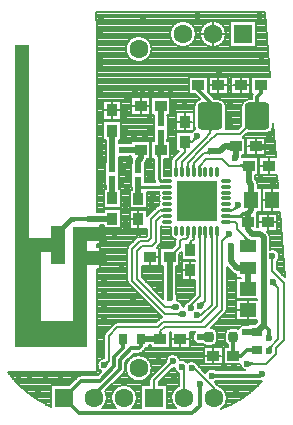
<source format=gtl>
G04*
G04 #@! TF.GenerationSoftware,Altium Limited,Altium Designer,18.1.7 (191)*
G04*
G04 Layer_Physical_Order=1*
G04 Layer_Color=255*
%FSLAX24Y24*%
%MOIN*%
G70*
G01*
G75*
%ADD12C,0.0079*%
%ADD16R,0.0236X0.0217*%
%ADD17R,0.0217X0.0236*%
G04:AMPARAMS|DCode=18|XSize=31.5mil|YSize=35.4mil|CornerRadius=7.9mil|HoleSize=0mil|Usage=FLASHONLY|Rotation=0.000|XOffset=0mil|YOffset=0mil|HoleType=Round|Shape=RoundedRectangle|*
%AMROUNDEDRECTD18*
21,1,0.0315,0.0197,0,0,0.0*
21,1,0.0157,0.0354,0,0,0.0*
1,1,0.0157,0.0079,-0.0098*
1,1,0.0157,-0.0079,-0.0098*
1,1,0.0157,-0.0079,0.0098*
1,1,0.0157,0.0079,0.0098*
%
%ADD18ROUNDEDRECTD18*%
G04:AMPARAMS|DCode=19|XSize=90.6mil|YSize=82.7mil|CornerRadius=12.4mil|HoleSize=0mil|Usage=FLASHONLY|Rotation=90.000|XOffset=0mil|YOffset=0mil|HoleType=Round|Shape=RoundedRectangle|*
%AMROUNDEDRECTD19*
21,1,0.0906,0.0579,0,0,90.0*
21,1,0.0657,0.0827,0,0,90.0*
1,1,0.0248,0.0289,0.0329*
1,1,0.0248,0.0289,-0.0329*
1,1,0.0248,-0.0289,-0.0329*
1,1,0.0248,-0.0289,0.0329*
%
%ADD19ROUNDEDRECTD19*%
%ADD20O,0.0110X0.0335*%
%ADD21O,0.0335X0.0110*%
%ADD22R,0.1358X0.1358*%
%ADD39R,0.0354X0.0276*%
%ADD40R,0.0799X0.0181*%
%ADD41R,0.0394X0.0472*%
%ADD42R,0.0394X0.0354*%
%ADD43R,0.0276X0.0354*%
%ADD44R,0.0354X0.0394*%
%ADD45R,0.0453X0.0571*%
%ADD46R,0.0551X0.0413*%
%ADD47R,0.0571X0.0453*%
%ADD48C,0.0118*%
%ADD49C,0.0197*%
%ADD50C,0.0098*%
%ADD51C,0.0181*%
%ADD52R,0.0412X0.0472*%
%ADD53R,0.0453X0.0472*%
%ADD54R,0.0476X0.1260*%
%ADD55R,0.0463X0.2802*%
%ADD56R,0.0508X0.4008*%
%ADD57R,0.0799X0.0472*%
%ADD58R,0.0799X0.0472*%
%ADD59R,0.2429X0.0859*%
%ADD60R,0.0476X1.0071*%
%ADD61R,0.0394X0.0472*%
%ADD62C,0.0630*%
%ADD63R,0.0630X0.0630*%
%ADD64C,0.0236*%
G36*
X71218Y20780D02*
X71216Y20777D01*
X71215Y20773D01*
X71214Y20768D01*
X71213Y20760D01*
X71211Y20741D01*
X71211Y20699D01*
X71132D01*
X71132Y20714D01*
X71129Y20768D01*
X71127Y20773D01*
X71126Y20777D01*
X71125Y20780D01*
X71123Y20781D01*
X71220D01*
X71218Y20780D01*
D02*
G37*
G36*
X72204Y20778D02*
X72202Y20773D01*
X72200Y20766D01*
X72199Y20759D01*
X72197Y20739D01*
X72195Y20715D01*
X72195Y20686D01*
X72116D01*
X72116Y20701D01*
X72112Y20759D01*
X72111Y20766D01*
X72109Y20773D01*
X72107Y20778D01*
X72105Y20782D01*
X72206D01*
X72204Y20778D01*
D02*
G37*
G36*
X71810D02*
X71808Y20773D01*
X71807Y20766D01*
X71805Y20759D01*
X71803Y20739D01*
X71802Y20715D01*
X71801Y20686D01*
X71722D01*
X71722Y20701D01*
X71718Y20759D01*
X71717Y20766D01*
X71715Y20773D01*
X71713Y20778D01*
X71711Y20782D01*
X71813D01*
X71810Y20778D01*
D02*
G37*
G36*
X71614D02*
X71612Y20773D01*
X71610Y20766D01*
X71608Y20759D01*
X71606Y20739D01*
X71605Y20715D01*
X71604Y20686D01*
X71526D01*
X71525Y20701D01*
X71521Y20759D01*
X71520Y20766D01*
X71518Y20773D01*
X71516Y20778D01*
X71514Y20782D01*
X71616D01*
X71614Y20778D01*
D02*
G37*
G36*
X71417D02*
X71415Y20773D01*
X71413Y20766D01*
X71412Y20759D01*
X71409Y20739D01*
X71408Y20715D01*
X71407Y20686D01*
X71329D01*
X71329Y20701D01*
X71325Y20759D01*
X71323Y20766D01*
X71321Y20773D01*
X71319Y20778D01*
X71317Y20782D01*
X71419D01*
X71417Y20778D01*
D02*
G37*
G36*
X72009Y20781D02*
X72009Y20778D01*
X72008Y20768D01*
X72008Y20701D01*
X71929Y20679D01*
X71929Y20693D01*
X71926Y20730D01*
X71924Y20740D01*
X71921Y20750D01*
X71919Y20759D01*
X71916Y20768D01*
X71912Y20775D01*
X71908Y20782D01*
X72009D01*
X72009Y20781D01*
D02*
G37*
G36*
X72558Y20699D02*
X72546Y20699D01*
X72534Y20697D01*
X72523Y20696D01*
X72513Y20693D01*
X72503Y20689D01*
X72493Y20685D01*
X72483Y20680D01*
X72475Y20674D01*
X72466Y20668D01*
X72458Y20660D01*
X72402Y20716D01*
X72410Y20724D01*
X72416Y20732D01*
X72422Y20741D01*
X72427Y20751D01*
X72432Y20760D01*
X72435Y20771D01*
X72438Y20781D01*
X72440Y20792D01*
X72441Y20804D01*
X72441Y20816D01*
X72558Y20699D01*
D02*
G37*
G36*
X73153Y20683D02*
X73184Y20656D01*
X73199Y20645D01*
X73213Y20636D01*
X73227Y20628D01*
X73240Y20622D01*
X73253Y20618D01*
X73265Y20616D01*
X73276Y20615D01*
X73053D01*
X73063Y20615D01*
X73071Y20617D01*
X73077Y20620D01*
X73080Y20624D01*
X73081Y20629D01*
X73080Y20635D01*
X73077Y20642D01*
X73071Y20651D01*
X73063Y20660D01*
X73053Y20671D01*
X73137Y20698D01*
X73153Y20683D01*
D02*
G37*
G36*
X71300Y20515D02*
X71301Y20502D01*
X71303Y20490D01*
X71306Y20479D01*
X71309Y20470D01*
X71313Y20463D01*
X71318Y20458D01*
X71324Y20454D01*
X71331Y20451D01*
X71339Y20450D01*
X71181D01*
X71189Y20451D01*
X71195Y20454D01*
X71201Y20458D01*
X71206Y20463D01*
X71211Y20470D01*
X71214Y20479D01*
X71217Y20490D01*
X71219Y20502D01*
X71220Y20515D01*
X71220Y20530D01*
X71299D01*
X71300Y20515D01*
D02*
G37*
G36*
X74124Y19180D02*
X74125Y19168D01*
X74127Y19157D01*
X74130Y19147D01*
X74133Y19136D01*
X74138Y19127D01*
X74143Y19117D01*
X74149Y19108D01*
X74155Y19100D01*
X74163Y19092D01*
X74107Y19036D01*
X74099Y19044D01*
X74090Y19050D01*
X74081Y19056D01*
X74072Y19061D01*
X74062Y19065D01*
X74052Y19069D01*
X74042Y19072D01*
X74030Y19073D01*
X74019Y19075D01*
X74007Y19075D01*
X74124Y19192D01*
X74124Y19180D01*
D02*
G37*
G36*
X71741Y18507D02*
X71734Y18498D01*
X71727Y18490D01*
X71721Y18481D01*
X71716Y18472D01*
X71712Y18462D01*
X71709Y18452D01*
X71706Y18441D01*
X71704Y18430D01*
X71703Y18419D01*
X71703Y18407D01*
X71586Y18524D01*
X71598Y18524D01*
X71609Y18525D01*
X71620Y18527D01*
X71631Y18529D01*
X71641Y18533D01*
X71651Y18537D01*
X71660Y18542D01*
X71669Y18548D01*
X71678Y18555D01*
X71686Y18562D01*
X71741Y18507D01*
D02*
G37*
G36*
X70683Y18283D02*
X70675Y18292D01*
X70666Y18299D01*
X70657Y18306D01*
X70647Y18311D01*
X70638Y18316D01*
X70628Y18320D01*
X70618Y18323D01*
X70607Y18325D01*
X70596Y18326D01*
X70585Y18327D01*
Y18406D01*
X70596Y18406D01*
X70607Y18407D01*
X70618Y18409D01*
X70628Y18412D01*
X70638Y18416D01*
X70647Y18421D01*
X70657Y18427D01*
X70666Y18433D01*
X70675Y18441D01*
X70683Y18449D01*
Y18283D01*
D02*
G37*
G36*
X70935Y18054D02*
X70924Y18061D01*
X70914Y18067D01*
X70904Y18073D01*
X70894Y18077D01*
X70883Y18081D01*
X70873Y18085D01*
X70863Y18087D01*
X70852Y18089D01*
X70841Y18090D01*
X70831Y18091D01*
X70817Y18169D01*
X70828Y18170D01*
X70839Y18171D01*
X70849Y18174D01*
X70858Y18177D01*
X70868Y18181D01*
X70877Y18186D01*
X70885Y18193D01*
X70893Y18200D01*
X70900Y18208D01*
X70907Y18217D01*
X70935Y18054D01*
D02*
G37*
G36*
X73800Y17788D02*
X73804Y17780D01*
X73810Y17771D01*
X73818Y17760D01*
X73840Y17733D01*
X73889Y17681D01*
X73910Y17660D01*
X73826Y17576D01*
X73805Y17597D01*
X73715Y17676D01*
X73706Y17682D01*
X73698Y17686D01*
X73692Y17687D01*
X73799Y17794D01*
X73800Y17788D01*
D02*
G37*
G36*
X73927Y17503D02*
X73929Y17480D01*
X73931Y17470D01*
X73933Y17461D01*
X73936Y17452D01*
X73939Y17445D01*
X73942Y17438D01*
X73946Y17432D01*
X73951Y17427D01*
X73785D01*
X73790Y17432D01*
X73794Y17438D01*
X73797Y17445D01*
X73801Y17452D01*
X73803Y17461D01*
X73805Y17470D01*
X73807Y17480D01*
X73808Y17491D01*
X73809Y17516D01*
X73927D01*
X73927Y17503D01*
D02*
G37*
G36*
X70296Y17546D02*
X70297Y17533D01*
X70298Y17523D01*
X70300Y17513D01*
X70303Y17506D01*
X70306Y17499D01*
X70310Y17494D01*
X70315Y17491D01*
X70320Y17488D01*
X70326Y17488D01*
X70299D01*
X70301Y17462D01*
X70304Y17443D01*
X70308Y17426D01*
X70313Y17411D01*
X70318Y17398D01*
X70324Y17386D01*
X70331Y17377D01*
X70181D01*
X70188Y17386D01*
X70194Y17398D01*
X70199Y17411D01*
X70204Y17426D01*
X70208Y17443D01*
X70211Y17462D01*
X70213Y17488D01*
X70186D01*
X70192Y17488D01*
X70197Y17491D01*
X70201Y17494D01*
X70205Y17499D01*
X70209Y17506D01*
X70212Y17513D01*
X70214Y17523D01*
X70215Y17533D01*
X70216Y17546D01*
X70217Y17559D01*
X70295D01*
X70296Y17546D01*
D02*
G37*
G36*
X71747Y17228D02*
X71745Y17237D01*
X71740Y17245D01*
X71732Y17251D01*
X71721Y17257D01*
X71706Y17262D01*
X71688Y17266D01*
X71667Y17270D01*
X71643Y17272D01*
X71585Y17274D01*
Y17470D01*
X71615Y17471D01*
X71667Y17475D01*
X71688Y17478D01*
X71706Y17482D01*
X71721Y17487D01*
X71732Y17493D01*
X71740Y17500D01*
X71745Y17507D01*
X71747Y17516D01*
Y17228D01*
D02*
G37*
G36*
X69688Y17244D02*
X69685Y17236D01*
X69683Y17225D01*
X69681Y17211D01*
X69678Y17175D01*
X69677Y17138D01*
X69686D01*
X69684Y17138D01*
X69682Y17135D01*
X69681Y17132D01*
X69679Y17127D01*
X69678Y17120D01*
X69677Y17113D01*
X69676Y17093D01*
X69675Y17067D01*
X69557D01*
X69557Y17080D01*
X69554Y17120D01*
X69553Y17127D01*
X69552Y17132D01*
X69550Y17135D01*
X69548Y17138D01*
X69546Y17138D01*
X69555D01*
X69549Y17225D01*
X69547Y17236D01*
X69544Y17244D01*
X69541Y17249D01*
X69691D01*
X69688Y17244D01*
D02*
G37*
G36*
X69113Y17136D02*
X69103Y17132D01*
X69094Y17126D01*
X69086Y17118D01*
X69080Y17107D01*
X69075Y17095D01*
X69071Y17079D01*
X69068Y17061D01*
X69066Y17041D01*
X69065Y17019D01*
X68947D01*
X68946Y17041D01*
X68945Y17061D01*
X68942Y17079D01*
X68938Y17095D01*
X68932Y17107D01*
X68926Y17118D01*
X68918Y17126D01*
X68909Y17132D01*
X68899Y17136D01*
X68888Y17137D01*
X69124D01*
X69113Y17136D01*
D02*
G37*
G36*
X73995Y17049D02*
X73987Y17041D01*
X73981Y17032D01*
X73976Y17024D01*
X73972Y17015D01*
X73969Y17006D01*
X73968Y16997D01*
X73968Y16987D01*
X73969Y16978D01*
X73971Y16969D01*
X73975Y16959D01*
X73821Y17018D01*
X73832Y17023D01*
X73862Y17039D01*
X73871Y17044D01*
X73888Y17057D01*
X73896Y17063D01*
X73912Y17077D01*
X73995Y17049D01*
D02*
G37*
G36*
X72747Y17024D02*
X72748Y17004D01*
X72751Y16986D01*
X72756Y16970D01*
X72761Y16957D01*
X72767Y16947D01*
X72775Y16939D01*
X72784Y16933D01*
X72794Y16929D01*
X72805Y16928D01*
X72569D01*
X72580Y16929D01*
X72590Y16933D01*
X72599Y16939D01*
X72607Y16947D01*
X72613Y16957D01*
X72618Y16970D01*
X72623Y16986D01*
X72626Y17004D01*
X72627Y17024D01*
X72628Y17046D01*
X72746D01*
X72747Y17024D01*
D02*
G37*
G36*
X73290Y16821D02*
X73289Y16832D01*
X73285Y16842D01*
X73279Y16851D01*
X73271Y16859D01*
X73260Y16865D01*
X73247Y16870D01*
X73231Y16875D01*
X73213Y16878D01*
X73193Y16879D01*
X73170Y16880D01*
Y16998D01*
X73193Y16999D01*
X73213Y17000D01*
X73231Y17003D01*
X73247Y17007D01*
X73260Y17013D01*
X73271Y17019D01*
X73279Y17027D01*
X73285Y17036D01*
X73289Y17046D01*
X73290Y17057D01*
Y16821D01*
D02*
G37*
G36*
X72882Y16828D02*
X72885Y16824D01*
X72889Y16821D01*
X72894Y16819D01*
X72902Y16816D01*
X72911Y16814D01*
X72921Y16813D01*
X72947Y16811D01*
X72963Y16811D01*
Y16693D01*
X72947Y16693D01*
X72911Y16690D01*
X72902Y16688D01*
X72894Y16685D01*
X72889Y16683D01*
X72885Y16680D01*
X72882Y16676D01*
X72881Y16672D01*
Y16832D01*
X72882Y16828D01*
D02*
G37*
G36*
X68552Y16528D02*
X68545Y16520D01*
X68538Y16512D01*
X68532Y16503D01*
X68527Y16493D01*
X68523Y16484D01*
X68520Y16473D01*
X68517Y16463D01*
X68515Y16452D01*
X68514Y16440D01*
X68514Y16428D01*
X68397Y16545D01*
X68409Y16546D01*
X68420Y16547D01*
X68431Y16548D01*
X68442Y16551D01*
X68452Y16555D01*
X68462Y16559D01*
X68471Y16564D01*
X68480Y16570D01*
X68489Y16576D01*
X68497Y16584D01*
X68552Y16528D01*
D02*
G37*
G36*
X73252Y16561D02*
X73261Y16553D01*
X73270Y16547D01*
X73280Y16541D01*
X73289Y16536D01*
X73299Y16533D01*
X73310Y16529D01*
X73320Y16527D01*
X73331Y16526D01*
X73342Y16526D01*
Y16447D01*
X73331Y16446D01*
X73320Y16445D01*
X73310Y16443D01*
X73299Y16440D01*
X73289Y16436D01*
X73280Y16431D01*
X73270Y16426D01*
X73261Y16419D01*
X73252Y16412D01*
X73244Y16404D01*
Y16569D01*
X73252Y16561D01*
D02*
G37*
G36*
X70089Y15722D02*
X70090Y15708D01*
X70092Y15696D01*
X70095Y15686D01*
X70098Y15677D01*
X70103Y15670D01*
X70108Y15664D01*
X70114Y15660D01*
X70120Y15658D01*
X70128Y15657D01*
X69970D01*
X69978Y15658D01*
X69985Y15660D01*
X69991Y15664D01*
X69996Y15670D01*
X70000Y15677D01*
X70004Y15686D01*
X70006Y15696D01*
X70008Y15708D01*
X70009Y15722D01*
X70010Y15737D01*
X70089D01*
X70089Y15722D01*
D02*
G37*
G36*
X71653Y15718D02*
X71649Y15712D01*
X71645Y15705D01*
X71642Y15697D01*
X71640Y15689D01*
X71638Y15680D01*
X71636Y15669D01*
X71635Y15659D01*
X71634Y15634D01*
X71516D01*
X71516Y15647D01*
X71514Y15669D01*
X71512Y15680D01*
X71510Y15689D01*
X71507Y15697D01*
X71504Y15705D01*
X71501Y15712D01*
X71497Y15718D01*
X71492Y15723D01*
X71657D01*
X71653Y15718D01*
D02*
G37*
G36*
X67354Y15189D02*
X67351Y15178D01*
Y15165D01*
X67354Y15151D01*
X67361Y15135D01*
X67371Y15118D01*
X67384Y15098D01*
X67401Y15078D01*
X67445Y15031D01*
X67361Y14947D01*
X67337Y14971D01*
X67293Y15007D01*
X67274Y15021D01*
X67257Y15031D01*
X67241Y15037D01*
X67227Y15041D01*
X67214D01*
X67203Y15037D01*
X67194Y15031D01*
X67361Y15198D01*
X67354Y15189D01*
D02*
G37*
G36*
X71495Y23937D02*
X71483Y23937D01*
X71471Y23936D01*
X71460Y23934D01*
X71450Y23931D01*
X71440Y23928D01*
X71430Y23923D01*
X71420Y23918D01*
X71412Y23913D01*
X71403Y23906D01*
X71395Y23898D01*
X71339Y23954D01*
X71347Y23962D01*
X71353Y23971D01*
X71359Y23980D01*
X71364Y23989D01*
X71369Y23999D01*
X71372Y24009D01*
X71375Y24019D01*
X71377Y24031D01*
X71378Y24042D01*
X71378Y24054D01*
X71495Y23937D01*
D02*
G37*
G36*
X71249Y23942D02*
X71252Y23937D01*
X71255Y23932D01*
X71260Y23928D01*
X71266Y23925D01*
X71274Y23922D01*
X71283Y23920D01*
X71294Y23919D01*
X71306Y23918D01*
X71319Y23917D01*
Y23839D01*
X71306Y23838D01*
X71294Y23837D01*
X71283Y23836D01*
X71274Y23834D01*
X71266Y23831D01*
X71260Y23828D01*
X71255Y23824D01*
X71252Y23819D01*
X71249Y23814D01*
X71249Y23808D01*
Y23948D01*
X71249Y23942D01*
D02*
G37*
G36*
X71144Y23683D02*
X71137Y23680D01*
X71132Y23676D01*
X71126Y23671D01*
X71122Y23664D01*
X71118Y23655D01*
X71116Y23644D01*
X71114Y23632D01*
X71113Y23619D01*
X71112Y23604D01*
X71033D01*
X71033Y23619D01*
X71032Y23632D01*
X71030Y23644D01*
X71027Y23655D01*
X71024Y23664D01*
X71019Y23671D01*
X71014Y23676D01*
X71008Y23680D01*
X71002Y23683D01*
X70994Y23684D01*
X71152D01*
X71144Y23683D01*
D02*
G37*
G36*
X70306Y23427D02*
X70297Y23424D01*
X70290Y23419D01*
X70283Y23412D01*
X70278Y23403D01*
X70274Y23392D01*
X70270Y23379D01*
X70268Y23364D01*
X70266Y23347D01*
X70266Y23328D01*
X70167D01*
X70167Y23347D01*
X70165Y23364D01*
X70163Y23379D01*
X70159Y23392D01*
X70155Y23403D01*
X70150Y23412D01*
X70143Y23419D01*
X70136Y23424D01*
X70127Y23427D01*
X70118Y23428D01*
X70315D01*
X70306Y23427D01*
D02*
G37*
G36*
X69706Y23425D02*
X69705Y23422D01*
X69705Y23378D01*
X69705Y23327D01*
X69508D01*
X69507Y23426D01*
X69706D01*
X69706Y23425D01*
D02*
G37*
G36*
X71604Y23065D02*
X71608Y23012D01*
X71609Y23006D01*
X71610Y23002D01*
X71612Y23000D01*
X71613Y22999D01*
X71517D01*
X71518Y23000D01*
X71520Y23002D01*
X71521Y23006D01*
X71522Y23012D01*
X71523Y23019D01*
X71525Y23039D01*
X71526Y23081D01*
X71604D01*
X71604Y23065D01*
D02*
G37*
G36*
X71408Y23078D02*
X71412Y23021D01*
X71413Y23013D01*
X71415Y23007D01*
X71417Y23001D01*
X71419Y22997D01*
X71317D01*
X71319Y23001D01*
X71321Y23007D01*
X71323Y23013D01*
X71325Y23021D01*
X71327Y23040D01*
X71328Y23064D01*
X71329Y23093D01*
X71407D01*
X71408Y23078D01*
D02*
G37*
G36*
X71211D02*
X71215Y23021D01*
X71216Y23013D01*
X71218Y23007D01*
X71220Y23001D01*
X71222Y22997D01*
X71120D01*
X71123Y23001D01*
X71125Y23007D01*
X71126Y23013D01*
X71128Y23021D01*
X71130Y23040D01*
X71131Y23064D01*
X71132Y23093D01*
X71211D01*
X71211Y23078D01*
D02*
G37*
G36*
X71014D02*
X71018Y23021D01*
X71019Y23013D01*
X71021Y23007D01*
X71023Y23001D01*
X71025Y22997D01*
X70924D01*
X70926Y23001D01*
X70928Y23007D01*
X70929Y23013D01*
X70931Y23021D01*
X70933Y23040D01*
X70935Y23064D01*
X70935Y23093D01*
X71014D01*
X71014Y23078D01*
D02*
G37*
G36*
X69627Y22492D02*
X69627Y22489D01*
X69626Y22443D01*
X69626Y22392D01*
X69429D01*
X69428Y22493D01*
X69627D01*
X69627Y22492D01*
D02*
G37*
G36*
X70359Y22331D02*
X70357Y22331D01*
X70354Y22332D01*
X70321Y22332D01*
X70258Y22333D01*
Y22431D01*
X70359Y22433D01*
Y22331D01*
D02*
G37*
G36*
Y21544D02*
X70355Y21546D01*
X70350Y21548D01*
X70343Y21550D01*
X70335Y21551D01*
X70316Y21553D01*
X70292Y21555D01*
X70263Y21555D01*
Y21634D01*
X70278Y21634D01*
X70335Y21638D01*
X70343Y21639D01*
X70350Y21641D01*
X70355Y21643D01*
X70359Y21645D01*
Y21544D01*
D02*
G37*
G36*
X67336Y21379D02*
X67339Y21377D01*
X67348Y21373D01*
X67361Y21369D01*
X67376Y21366D01*
X67395Y21363D01*
X67440Y21359D01*
X67531Y21357D01*
Y21278D01*
X67498Y21278D01*
X67376Y21269D01*
X67361Y21266D01*
X67348Y21263D01*
X67339Y21258D01*
X67336Y21256D01*
Y21251D01*
X67336Y21256D01*
X67332Y21254D01*
Y21262D01*
X67330Y21265D01*
X67325Y21269D01*
X67319Y21272D01*
X67312Y21274D01*
X67303Y21276D01*
X67293Y21277D01*
X67281Y21278D01*
X67269Y21278D01*
Y21357D01*
X67281Y21357D01*
X67303Y21360D01*
X67312Y21361D01*
X67319Y21364D01*
X67325Y21367D01*
X67330Y21370D01*
X67332Y21373D01*
Y21382D01*
X67336Y21379D01*
X67336Y21384D01*
Y21379D01*
D02*
G37*
G36*
X70359Y21347D02*
X70355Y21349D01*
X70350Y21351D01*
X70343Y21353D01*
X70336Y21354D01*
X70317Y21356D01*
X70294Y21358D01*
X70266Y21358D01*
Y21437D01*
X70280Y21437D01*
X70336Y21441D01*
X70343Y21443D01*
X70350Y21444D01*
X70355Y21446D01*
X70359Y21448D01*
Y21347D01*
D02*
G37*
G36*
X73688Y25582D02*
X73685Y25580D01*
X73681Y25576D01*
X73679Y25570D01*
X73676Y25563D01*
X73675Y25554D01*
X73673Y25543D01*
X73671Y25517D01*
X73671Y25502D01*
X73553D01*
X73553Y25517D01*
X73550Y25554D01*
X73548Y25563D01*
X73546Y25570D01*
X73543Y25576D01*
X73540Y25580D01*
X73536Y25582D01*
X73532Y25583D01*
X73692D01*
X73688Y25582D01*
D02*
G37*
G36*
X73494Y24665D02*
X73493Y24665D01*
X73490Y24662D01*
X73479Y24652D01*
X73407Y24582D01*
X73352Y24638D01*
X73435Y24724D01*
X73494Y24665D01*
D02*
G37*
G36*
X71961Y24681D02*
X71960Y24677D01*
X71960Y24662D01*
X71959Y24562D01*
X71880D01*
X71878Y24683D01*
X71961D01*
X71961Y24681D01*
D02*
G37*
G36*
X71991Y24272D02*
X71984Y24270D01*
X71978Y24266D01*
X71973Y24260D01*
X71968Y24253D01*
X71965Y24244D01*
X71962Y24234D01*
X71960Y24222D01*
X71959Y24208D01*
X71959Y24193D01*
X71880D01*
X71880Y24208D01*
X71878Y24222D01*
X71876Y24234D01*
X71874Y24244D01*
X71870Y24253D01*
X71866Y24260D01*
X71861Y24266D01*
X71855Y24270D01*
X71848Y24272D01*
X71841Y24273D01*
X71998D01*
X71991Y24272D01*
D02*
G37*
G36*
X72581Y23562D02*
X72580Y23573D01*
X72575Y23583D01*
X72567Y23593D01*
X72556Y23600D01*
X72541Y23607D01*
X72524Y23612D01*
X72503Y23617D01*
X72479Y23620D01*
X72452Y23621D01*
X72421Y23622D01*
Y23819D01*
X72452Y23819D01*
X72503Y23824D01*
X72524Y23829D01*
X72541Y23834D01*
X72556Y23841D01*
X72567Y23848D01*
X72575Y23857D01*
X72580Y23868D01*
X72581Y23879D01*
Y23562D01*
D02*
G37*
G36*
X71922Y23451D02*
X71913Y23453D01*
X71895Y23458D01*
X71886Y23460D01*
X71855Y23463D01*
X71845Y23464D01*
X71823Y23465D01*
X71771Y23543D01*
X71783Y23544D01*
X71794Y23545D01*
X71803Y23548D01*
X71812Y23551D01*
X71820Y23556D01*
X71827Y23561D01*
X71832Y23567D01*
X71837Y23575D01*
X71841Y23583D01*
X71844Y23592D01*
X71922Y23451D01*
D02*
G37*
G36*
X73004Y23124D02*
X73060Y23128D01*
X73080Y23131D01*
X73097Y23135D01*
X73111Y23139D01*
X73122Y23145D01*
X73129Y23150D01*
Y23011D01*
X73122Y23017D01*
X73111Y23022D01*
X73097Y23027D01*
X73080Y23030D01*
X73060Y23034D01*
X73010Y23039D01*
X73004Y23039D01*
Y23002D01*
X73004Y23009D01*
X73001Y23016D01*
X72997Y23022D01*
X72992Y23027D01*
X72984Y23031D01*
X72976Y23035D01*
X72965Y23038D01*
X72953Y23040D01*
X72940Y23041D01*
X72931Y23041D01*
X72912Y23041D01*
Y23120D01*
X72931Y23120D01*
X72940Y23120D01*
X72953Y23122D01*
X72965Y23124D01*
X72976Y23126D01*
X72984Y23130D01*
X72992Y23134D01*
X72997Y23139D01*
X73001Y23145D01*
X73004Y23152D01*
X73004Y23159D01*
Y23124D01*
D02*
G37*
G36*
X72853Y21644D02*
X72841Y21643D01*
X72830Y21642D01*
X72819Y21640D01*
X72808Y21638D01*
X72798Y21634D01*
X72788Y21630D01*
X72779Y21625D01*
X72770Y21619D01*
X72761Y21613D01*
X72753Y21605D01*
X72698Y21661D01*
X72705Y21669D01*
X72712Y21677D01*
X72718Y21686D01*
X72723Y21696D01*
X72727Y21705D01*
X72730Y21716D01*
X72733Y21726D01*
X72735Y21737D01*
X72736Y21749D01*
X72736Y21761D01*
X72853Y21644D01*
D02*
G37*
G36*
X72578Y21643D02*
X72583Y21641D01*
X72590Y21639D01*
X72598Y21638D01*
X72617Y21636D01*
X72641Y21634D01*
X72670Y21634D01*
Y21555D01*
X72655Y21555D01*
X72598Y21551D01*
X72590Y21550D01*
X72583Y21548D01*
X72578Y21546D01*
X72574Y21544D01*
Y21645D01*
X72578Y21643D01*
D02*
G37*
G36*
X73110Y21486D02*
X73268D01*
X73268Y21463D01*
X73273Y21396D01*
X73275Y21385D01*
X73278Y21377D01*
X73281Y21371D01*
X73285Y21367D01*
X73289Y21366D01*
X73050D01*
X73054Y21367D01*
X73057Y21371D01*
X73061Y21377D01*
X73063Y21385D01*
X73066Y21396D01*
X73068Y21409D01*
X73069Y21427D01*
X73061Y21430D01*
X73049Y21432D01*
X73036Y21434D01*
X73008Y21437D01*
X72992Y21437D01*
Y21535D01*
X73008Y21536D01*
X73036Y21538D01*
X73049Y21540D01*
X73061Y21543D01*
X73072Y21546D01*
X73083Y21550D01*
X73093Y21554D01*
X73102Y21559D01*
X73110Y21565D01*
Y21486D01*
D02*
G37*
G36*
X72576Y21448D02*
X72579Y21448D01*
X72612Y21447D01*
X72675Y21447D01*
Y21348D01*
X72574Y21347D01*
Y21448D01*
X72576Y21448D01*
D02*
G37*
G36*
X72578Y21249D02*
X72583Y21247D01*
X72590Y21246D01*
X72598Y21244D01*
X72617Y21242D01*
X72641Y21241D01*
X72670Y21240D01*
Y21161D01*
X72655Y21161D01*
X72598Y21157D01*
X72590Y21156D01*
X72583Y21154D01*
X72578Y21152D01*
X72574Y21150D01*
Y21252D01*
X72578Y21249D01*
D02*
G37*
D12*
X73783Y24154D02*
G03*
X74026Y24396I0J242D01*
G01*
X73335Y25463D02*
G03*
X73317Y25384I159J-79D01*
G01*
X73335Y25463D02*
G03*
X73317Y25384I159J-79D01*
G01*
X73205Y25295D02*
G03*
X72963Y25053I0J-242D01*
G01*
X73152Y24159D02*
G03*
X73205Y24154I53J236D01*
G01*
X73504Y22461D02*
G03*
X73441Y22614I-217J0D01*
G01*
X73469Y21486D02*
G03*
X73493Y21535I-181J118D01*
G01*
X73504Y22461D02*
G03*
X73440Y22614I-217J0D01*
G01*
X72451Y25053D02*
G03*
X72209Y25295I-242J0D01*
G01*
X72067D02*
G03*
X72045Y25322I-147J-98D01*
G01*
X72067Y25295D02*
G03*
X72045Y25322I-147J-98D01*
G01*
X72445Y27470D02*
G03*
X72445Y27470I-433J0D01*
G01*
X71445D02*
G03*
X71445Y27470I-433J0D01*
G01*
X71576Y25289D02*
G03*
X71388Y25053I54J-236D01*
G01*
X72432Y24301D02*
G03*
X72451Y24396I-223J94D01*
G01*
X71388D02*
G03*
X71418Y24278I242J0D01*
G01*
Y24278D02*
G03*
X71368Y24254I78J-223D01*
G01*
D02*
G03*
X71340Y24232I128J-199D01*
G01*
D02*
G03*
X71304Y24193I156J-177D01*
G01*
X70666Y23360D02*
G03*
X70620Y23248I111J-112D01*
G01*
X70666Y23359D02*
G03*
X70620Y23248I111J-111D01*
G01*
Y23049D02*
G03*
X70604Y22976I157J-72D01*
G01*
X73917Y20689D02*
G03*
X73854Y20842I-217J0D01*
G01*
X73917Y20689D02*
G03*
X73854Y20842I-217J0D01*
G01*
X74232Y20059D02*
G03*
X73917Y20282I-236J0D01*
G01*
X74154Y19883D02*
G03*
X74232Y20059I-157J176D01*
G01*
X73469Y21486D02*
G03*
X73493Y21535I-181J118D01*
G01*
X72676Y19508D02*
G03*
X72782Y19450I153J153D01*
G01*
X72675Y19509D02*
G03*
X72782Y19450I153J153D01*
G01*
X73511Y15906D02*
G03*
X73642Y15893I81J157D01*
G01*
X73511Y15906D02*
G03*
X73642Y15893I81J157D01*
G01*
X73169Y17768D02*
G03*
X72863Y17641I-89J-219D01*
G01*
D02*
G03*
X72766Y17667I-98J-171D01*
G01*
X72925Y16457D02*
G03*
X73092Y16260I234J30D01*
G01*
X72608Y17667D02*
G03*
X72411Y17470I0J-197D01*
G01*
Y17274D02*
G03*
X72510Y17103I197J0D01*
G01*
X72424Y18156D02*
G03*
X72470Y18268I-111J111D01*
G01*
X72424Y18156D02*
G03*
X72470Y18268I-111J112D01*
G01*
X72271Y14972D02*
G03*
X73642Y15893I-1139J3177D01*
G01*
X72482Y15344D02*
G03*
X72178Y15758I-433J0D01*
G01*
X72271Y14972D02*
G03*
X72482Y15344I-221J372D01*
G01*
X72163Y17470D02*
G03*
X71966Y17667I-197J0D01*
G01*
X71430Y17549D02*
G03*
X71661Y17142I144J-187D01*
G01*
X71176Y18553D02*
G03*
X71038Y18383I94J-217D01*
G01*
D02*
G03*
X71003Y18386I-34J-234D01*
G01*
X70604Y20803D02*
G03*
X70766Y20630I173J0D01*
G01*
Y20630D02*
G03*
X70758Y20581I149J-50D01*
G01*
X70766Y20630D02*
G03*
X70758Y20581I149J-50D01*
G01*
X70827Y18681D02*
G03*
X70787Y18812I-236J0D01*
G01*
X71003Y18386D02*
G03*
X70812Y18598I-235J-20D01*
G01*
Y18598D02*
G03*
X70827Y18681I-221J83D01*
G01*
X71966Y17077D02*
G03*
X72163Y17274I0J197D01*
G01*
X71661Y17142D02*
G03*
X71808Y17077I147J131D01*
G01*
X72135Y16260D02*
G03*
X71762Y16177I-156J-177D01*
G01*
X71519Y16420D02*
G03*
X71152Y16512I-218J-91D01*
G01*
X72073Y15866D02*
G03*
X72135Y15906I-95J216D01*
G01*
X71152Y16512D02*
G03*
X70914Y16599I-187J-144D01*
G01*
D02*
G03*
X70445Y16543I-234J-34D01*
G01*
X70676Y16329D02*
G03*
X70731Y16334I5J236D01*
G01*
D02*
G03*
X70892Y16143I234J34D01*
G01*
Y15748D02*
G03*
X70774Y15010I157J-403D01*
G01*
X69970Y26969D02*
G03*
X69970Y26969I-433J0D01*
G01*
D02*
G03*
X69970Y26969I-433J0D01*
G01*
X70209Y22215D02*
G03*
X70237Y22087I171J-30D01*
G01*
D02*
G03*
X70237Y21890I143J-98D01*
G01*
D02*
G03*
X70212Y21749I143J-98D01*
G01*
X70212Y21749D02*
G03*
X70129Y21706I28J-155D01*
G01*
X70212Y21749D02*
G03*
X70128Y21706I28J-155D01*
G01*
X70049Y22648D02*
G03*
X70081Y22549I167J0D01*
G01*
X70049Y22648D02*
G03*
X70081Y22549I167J0D01*
G01*
X69759Y23174D02*
G03*
X69822Y23307I-153J153D01*
G01*
X69759Y23173D02*
G03*
X69822Y23307I-153J153D01*
G01*
X69319D02*
G03*
X69311Y23248I208J-59D01*
G01*
X69319Y23307D02*
G03*
X69311Y23248I208J-59D01*
G01*
X70276Y21063D02*
G03*
X70380Y21028I104J138D01*
G01*
X70229Y20420D02*
G03*
X70276Y20531I-111J112D01*
G01*
X70229Y20420D02*
G03*
X70276Y20531I-111J111D01*
G01*
X70355Y18691D02*
G03*
X70357Y18645I236J-10D01*
G01*
X69849Y21427D02*
G03*
X69823Y21391I111J-112D01*
G01*
X69849Y21427D02*
G03*
X69823Y21391I111J-111D01*
G01*
X69571Y20719D02*
G03*
X69459Y20672I0J-157D01*
G01*
X69571Y20719D02*
G03*
X69459Y20672I0J-157D01*
G01*
X70314Y18020D02*
G03*
X70227Y17975I24J-156D01*
G01*
X70314Y18020D02*
G03*
X70227Y17976I24J-156D01*
G01*
X69741Y16942D02*
G03*
X69786Y17018I-125J125D01*
G01*
X69741Y16942D02*
G03*
X69786Y17018I-125J125D01*
G01*
X69938Y16037D02*
G03*
X69892Y15925I111J-112D01*
G01*
X69938Y16037D02*
G03*
X69892Y15925I111J-111D01*
G01*
X69538Y16811D02*
G03*
X69663Y16863I0J177D01*
G01*
X69538Y16811D02*
G03*
X69663Y16863I0J177D01*
G01*
X69970Y16329D02*
G03*
X69970Y16329I-433J0D01*
G01*
D02*
G03*
X69970Y16329I-433J0D01*
G01*
X69210Y20423D02*
G03*
X69163Y20311I111J-112D01*
G01*
X69210Y20423D02*
G03*
X69163Y20311I111J-111D01*
G01*
Y19236D02*
G03*
X69210Y19125I157J0D01*
G01*
X69163Y19236D02*
G03*
X69210Y19124I157J0D01*
G01*
X68829Y17854D02*
G03*
X68717Y17808I0J-157D01*
G01*
X68829Y17854D02*
G03*
X68717Y17808I0J-157D01*
G01*
X68432Y17523D02*
G03*
X68386Y17411I111J-112D01*
G01*
X68432Y17523D02*
G03*
X68386Y17411I111J-111D01*
G01*
X68382Y16663D02*
G03*
X68295Y16213I14J-236D01*
G01*
X69043Y16181D02*
G03*
X69094Y16306I-125J125D01*
G01*
X69043Y16181D02*
G03*
X69094Y16306I-125J125D01*
G01*
X69480Y15344D02*
G03*
X68772Y15010I-433J0D01*
G01*
X69322D02*
G03*
X69480Y15344I-275J335D01*
G01*
X68480D02*
G03*
X68422Y15561I-433J0D01*
G01*
X68322Y15010D02*
G03*
X68480Y15344I-275J335D01*
G01*
X67618Y16093D02*
G03*
X67493Y16041I0J-177D01*
G01*
X67618Y16093D02*
G03*
X67493Y16041I0J-177D01*
G01*
X65187Y16201D02*
G03*
X66614Y15047I2756J1949D01*
G01*
X73445Y27480D02*
X73799D01*
X73445Y27559D02*
X73793D01*
X73743Y28219D02*
X73907Y26053D01*
X73445Y27402D02*
X73805D01*
X73445Y27323D02*
X73811D01*
X73445Y27244D02*
X73817D01*
X73445Y27165D02*
X73823D01*
X73445Y27087D02*
X73829D01*
X73297Y26053D02*
X73907D01*
X73445Y27795D02*
X73775D01*
X73445Y27716D02*
X73781D01*
X73445Y27874D02*
X73769D01*
X73445Y27037D02*
Y27904D01*
Y27638D02*
X73787D01*
X73258Y25984D02*
X73297D01*
X73258Y25905D02*
X73297D01*
X73258Y25827D02*
X73297D01*
X74026Y24396D02*
Y24492D01*
X74110Y23376D01*
X73297Y25463D02*
X73335D01*
X73978Y24252D02*
X74044D01*
X73879Y24173D02*
X74050D01*
X73205Y24154D02*
X73783D01*
X73760Y23425D02*
Y24016D01*
X73258Y25463D02*
Y26053D01*
X73297Y25463D02*
Y26053D01*
X73258Y25748D02*
X73297D01*
X73258Y25669D02*
X73297D01*
X73317Y25295D02*
Y25384D01*
X73258Y25591D02*
X73297D01*
X73258Y25512D02*
X73297D01*
X72628Y26053D02*
X73258D01*
X72943Y25758D02*
X73218D01*
X72628Y25463D02*
X73258D01*
X72579Y27904D02*
X73445D01*
X72579Y27037D02*
X73445D01*
X73205Y25295D02*
X73317D01*
X71934Y25433D02*
X73324D01*
X72012Y25354D02*
X73317D01*
X72943Y25758D02*
Y26014D01*
Y25502D02*
Y25758D01*
X72667D02*
X72943D01*
X72510Y25591D02*
X72628D01*
X72442Y25118D02*
X72971D01*
X72451Y25039D02*
X72963D01*
X72304Y25276D02*
X73109D01*
X72404Y25197D02*
X73010D01*
X72451Y24646D02*
X72963D01*
X72451Y24567D02*
X72963D01*
X72451Y24961D02*
X72963D01*
X72451Y24724D02*
X72963D01*
X73091Y23425D02*
Y24016D01*
X73087Y24094D02*
X74056D01*
X73025Y24033D02*
X73152Y24159D01*
X72451Y24882D02*
X72963D01*
Y24416D02*
Y25053D01*
X72451Y24803D02*
X72963D01*
X72451Y24488D02*
X72963D01*
X72451Y24409D02*
X72956D01*
X72848Y24301D02*
X72963Y24416D01*
X72442Y24331D02*
X72878D01*
X72432Y24301D02*
X72848D01*
X73760Y23779D02*
X74080D01*
X73760Y23858D02*
X74074D01*
X73760Y23701D02*
X74086D01*
X73760Y24016D02*
X74062D01*
X73760Y23937D02*
X74068D01*
X73760Y23622D02*
X74092D01*
X73760Y23543D02*
X74098D01*
X73760Y23465D02*
X74104D01*
X73553Y23376D02*
X74110D01*
X73514Y23307D02*
X73553D01*
X73868Y23081D02*
Y23337D01*
X73514Y23228D02*
X73553D01*
X73514Y23150D02*
X73553D01*
X73593Y23081D02*
X73868D01*
X73514Y23071D02*
X73553D01*
X73514Y22992D02*
X73553D01*
X73514Y22913D02*
X73553D01*
X73652Y22343D02*
X74189D01*
X74155Y22785D02*
X74189Y22343D01*
X73553Y22785D02*
X74155D01*
X73504Y22362D02*
X74187D01*
X73996Y21939D02*
Y22303D01*
Y21575D02*
Y21939D01*
X73691D02*
X73996D01*
X73652Y21535D02*
X74250D01*
X73868Y22825D02*
Y23081D01*
X73553Y22785D02*
Y23376D01*
X73514Y22835D02*
X73553D01*
X73514Y22785D02*
Y23376D01*
X73632Y21535D02*
Y22343D01*
X73652Y21535D02*
Y22343D01*
X73504D02*
X73632D01*
X73504D02*
Y22461D01*
X73130Y24016D02*
X73760D01*
X73445Y23720D02*
Y23976D01*
X73130Y23425D02*
Y24016D01*
X73091Y23858D02*
X73130D01*
X73091Y23779D02*
X73130D01*
X73445Y23720D02*
X73720D01*
X73445Y23465D02*
Y23720D01*
X73169D02*
X73445D01*
X73130Y23425D02*
X73760D01*
X73091Y23937D02*
X73130D01*
X73091Y23701D02*
X73130D01*
X73005Y24016D02*
X73091D01*
Y24016D02*
X73130D01*
X73091Y23622D02*
X73130D01*
X73091Y23543D02*
X73130D01*
X73091Y23465D02*
X73130D01*
X72992Y23425D02*
X73091D01*
X73415Y22677D02*
X74163D01*
X73454Y22598D02*
X74169D01*
X72992Y23386D02*
X74110D01*
X73415Y22756D02*
X74157D01*
X73496Y22520D02*
X74175D01*
X73504Y22441D02*
X74181D01*
X73493Y21535D02*
X73632D01*
X73475Y21496D02*
X74253D01*
X73415Y22785D02*
X73514D01*
X73415Y22639D02*
Y22785D01*
X72992Y23376D02*
Y23425D01*
Y23376D02*
X73514D01*
X73415Y22639D02*
X73440Y22614D01*
X72411Y27638D02*
X72579D01*
X72368Y27716D02*
X72579D01*
X72436Y27559D02*
X72579D01*
X72169Y27874D02*
X72579D01*
X72298Y27795D02*
X72579D01*
X72510Y25984D02*
X72628D01*
X72510Y25905D02*
X72628D01*
X72445Y27480D02*
X72579D01*
X72439Y27402D02*
X72579D01*
X72012Y27470D02*
Y27864D01*
X72579Y27037D02*
Y27904D01*
X72012Y27470D02*
X72406D01*
X72012Y27077D02*
Y27470D01*
X72419Y27323D02*
X72579D01*
X72381Y27244D02*
X72579D01*
X72319Y27165D02*
X72579D01*
X72212Y27087D02*
X72579D01*
X72628Y25463D02*
Y26053D01*
X72510Y25827D02*
X72628D01*
X72510Y25462D02*
Y26052D01*
X72195Y25757D02*
X72470D01*
X72510Y25748D02*
X72628D01*
X72510Y25669D02*
X72628D01*
X72510Y25512D02*
X72628D01*
X71905Y25462D02*
X72510D01*
X72195Y25757D02*
Y26013D01*
Y25501D02*
Y25757D01*
X71919D02*
X72195D01*
X71880Y25487D02*
Y26052D01*
X72067Y25295D02*
X72209D01*
X71905Y25462D02*
X72045Y25322D01*
X71618Y27470D02*
X72012D01*
X71319Y27165D02*
X71705D01*
X71169Y27874D02*
X71854D01*
X71298Y27795D02*
X71725D01*
X71880Y26052D02*
X72510D01*
X71841Y25984D02*
X71880D01*
X71212Y27087D02*
X71811D01*
X71211Y26052D02*
X71841D01*
X71411Y27638D02*
X71612D01*
X71436Y27559D02*
X71588D01*
X71368Y27716D02*
X71655D01*
X71445Y27480D02*
X71579D01*
X71439Y27402D02*
X71584D01*
X71419Y27323D02*
X71605D01*
X71381Y27244D02*
X71643D01*
X71841Y25827D02*
X71880D01*
X71841Y25748D02*
X71880D01*
X71841Y25905D02*
X71880D01*
X71841Y25526D02*
Y26052D01*
Y25526D02*
X71880Y25487D01*
X71905Y25462D01*
X71841Y25669D02*
X71880D01*
X71841Y25591D02*
X71880D01*
X71211Y25462D02*
Y26052D01*
X71404Y25462D02*
X71576Y25289D01*
X71211Y25462D02*
X71404D01*
X70591Y24774D02*
Y25364D01*
Y25354D02*
X71511D01*
X70591Y25276D02*
X71534D01*
X70591Y25197D02*
X71435D01*
X70591Y25118D02*
X71397D01*
X71388Y24396D02*
Y25053D01*
X72451Y24396D02*
Y25053D01*
X70591Y25039D02*
X71388D01*
X70591Y24961D02*
X71388D01*
X70591Y24882D02*
X71388D01*
X71073Y24547D02*
Y24823D01*
X71368Y24254D02*
Y24862D01*
X70778D02*
X71368D01*
X70591Y24803D02*
X70778D01*
X71073Y24547D02*
X71329D01*
X70817D02*
X71073D01*
Y24272D02*
Y24547D01*
X70778Y24232D02*
Y24862D01*
Y24232D02*
X71340D01*
X70778Y24193D02*
X71304D01*
X70778Y23563D02*
X70870D01*
X70666Y23360D02*
X70870Y23563D01*
X70587Y23701D02*
X70778D01*
X70587Y23622D02*
X70778D01*
Y23563D02*
Y24193D01*
X70587Y23779D02*
X70778D01*
X70587Y23465D02*
X70771D01*
X70620Y23049D02*
Y23248D01*
X70604Y22752D02*
Y22976D01*
X70512Y24488D02*
X70778D01*
X70512Y24567D02*
X70778D01*
X70512Y24409D02*
X70778D01*
X70512Y24724D02*
X70778D01*
X70512Y24646D02*
X70778D01*
X70512Y24331D02*
X70778D01*
X70512Y24252D02*
X70778D01*
X70512Y24016D02*
X70778D01*
X70492Y23937D02*
X70778D01*
X70512Y24291D02*
Y24409D01*
Y24291D02*
Y24409D01*
X70492Y24774D02*
X70591D01*
X70512Y24409D02*
Y24744D01*
Y24173D02*
X70778D01*
X70512Y23957D02*
Y24291D01*
Y24094D02*
X70778D01*
X70492Y23898D02*
Y23957D01*
X70587Y23858D02*
X70778D01*
X70587Y23543D02*
X70850D01*
X70587Y23386D02*
X70693D01*
X70384Y23307D02*
X70632D01*
X70384Y23071D02*
X70620D01*
X70384Y22992D02*
X70605D01*
X70384Y23228D02*
X70620D01*
X70384Y23150D02*
X70620D01*
X70492Y23898D02*
X70587D01*
Y23307D02*
Y23898D01*
X70384Y23307D02*
X70587D01*
X70384Y22752D02*
Y23307D01*
Y22756D02*
X70604D01*
X70384Y22752D02*
X70604D01*
X70384Y22913D02*
X70604D01*
X70384Y22835D02*
X70604D01*
X74154Y20945D02*
X74295D01*
X74154Y21024D02*
X74289D01*
X73917Y20630D02*
X74319D01*
X73894Y20787D02*
X74307D01*
X73916Y20709D02*
X74313D01*
X73917Y20394D02*
X74337D01*
X73917Y20315D02*
X74343D01*
X73917Y20551D02*
X74325D01*
X73917Y20472D02*
X74331D01*
X74154Y21339D02*
X74265D01*
X74154Y21260D02*
X74271D01*
X74154Y21417D02*
X74259D01*
X74154Y20896D02*
Y21486D01*
Y21181D02*
X74277D01*
X74154Y21102D02*
X74283D01*
X74154Y19842D02*
X74379D01*
X74188Y19921D02*
X74373D01*
X74250Y21535D02*
X74415Y19360D01*
X74154Y19764D02*
X74385D01*
X74154Y19685D02*
X74391D01*
X74248Y19528D02*
X74403D01*
X74327Y19449D02*
X74409D01*
X74170Y19606D02*
X74397D01*
X74154Y19622D02*
X74415Y19360D01*
X74152Y20236D02*
X74349D01*
X74211Y20157D02*
X74355D01*
X73917Y20282D02*
Y20689D01*
X74231Y20079D02*
X74361D01*
X74225Y20000D02*
X74367D01*
X74154Y19622D02*
Y19883D01*
X73839Y21191D02*
X74114D01*
X73839D02*
Y21447D01*
Y20935D02*
Y21191D01*
X73524Y21486D02*
X74154D01*
X73484Y21417D02*
X73524D01*
X73830Y20866D02*
X74301D01*
X73800Y20896D02*
X73854Y20842D01*
X73563Y21191D02*
X73839D01*
X73800Y20896D02*
X74154D01*
X73484Y21339D02*
X73524D01*
Y21033D02*
Y21486D01*
X73484Y21033D02*
Y21486D01*
Y21102D02*
X73524D01*
X73484Y21033D02*
X73524D01*
X73484Y21260D02*
X73524D01*
X73484Y21181D02*
X73524D01*
X72782Y19337D02*
Y19450D01*
X72470Y19449D02*
X72782D01*
Y19337D02*
X72959D01*
X72776Y19327D02*
X72959D01*
X72470Y19370D02*
X72782D01*
X72470Y19055D02*
X72776D01*
X72470Y19606D02*
X72578D01*
X72470Y19528D02*
X72656D01*
X72470Y19713D02*
X72675Y19509D01*
X72470Y18268D02*
Y19713D01*
Y19291D02*
X72776D01*
Y18638D02*
Y19327D01*
X72470Y19213D02*
X72776D01*
X72470Y19134D02*
X72776D01*
Y18638D02*
X73484D01*
X72470Y18661D02*
X72776D01*
Y18618D02*
X73484D01*
X72470Y18976D02*
X72776D01*
X72470Y18898D02*
X72776D01*
X73179Y18274D02*
Y18579D01*
Y17969D02*
Y18274D01*
X72815D02*
X73179D01*
X72776Y17929D02*
X73484D01*
X72470Y18583D02*
X72776D01*
X72470Y18504D02*
X72776D01*
X72470Y18819D02*
X72776D01*
X72470Y18740D02*
X72776D01*
X72470Y18425D02*
X72776D01*
X72470Y18346D02*
X72776D01*
X72470Y18268D02*
X72776D01*
X72449Y18189D02*
X72776D01*
X73484Y17875D02*
Y17929D01*
X73414Y17805D02*
X73484Y17875D01*
X73169Y17805D02*
X73414D01*
X73169Y17768D02*
Y17805D01*
X72473Y15433D02*
X73135D01*
X72776Y17929D02*
Y18618D01*
X72608Y17667D02*
X72766D01*
X72510Y17059D02*
Y17103D01*
X72482Y15354D02*
X73024D01*
X72477Y15276D02*
X72902D01*
X72456Y15197D02*
X72767D01*
X72299Y18031D02*
X72776D01*
X72378Y18110D02*
X72776D01*
X72221Y17953D02*
X72776D01*
X72142Y17874D02*
X73483D01*
X72063Y17795D02*
X73169D01*
X71984Y17716D02*
X72914D01*
X72372Y16457D02*
X72925D01*
X71935Y17667D02*
X72424Y18156D01*
X72070Y17638D02*
X72505D01*
X72142Y17559D02*
X72432D01*
X72372Y17047D02*
X72508D01*
X72130Y17165D02*
X72444D01*
X72027Y17087D02*
X72510D01*
X72135Y15906D02*
X73511D01*
X72135Y15905D02*
X73511D01*
X72113Y15827D02*
X73581D01*
X72406Y15591D02*
X73333D01*
X72449Y15512D02*
X73238D01*
X72206Y15748D02*
X73503D01*
X72336Y15669D02*
X73421D01*
X72073Y16299D02*
X73015D01*
X72135Y16260D02*
X73092D01*
X71500Y16457D02*
X72925D01*
X71561Y16378D02*
X72950D01*
X72418Y15118D02*
X72616D01*
X72357Y15039D02*
X72443D01*
X71407Y19902D02*
Y19941D01*
X70965D02*
X71407D01*
X70965Y19902D02*
X71407D01*
X70886Y20000D02*
X70965D01*
X70886Y19921D02*
X71407D01*
X71260Y19587D02*
Y19862D01*
Y19311D02*
Y19587D01*
X71004D02*
X71260D01*
X70965Y19272D02*
X71407D01*
X70921Y20157D02*
X70965D01*
Y19941D02*
Y20201D01*
X70886Y20122D02*
X70965Y20201D01*
X70886Y19734D02*
Y20122D01*
Y20079D02*
X70965D01*
Y19272D02*
Y19902D01*
X70886Y19842D02*
X70965D01*
X70886Y19764D02*
X70965D01*
X71935Y17667D02*
X71966D01*
X71407Y18785D02*
Y19272D01*
X71240Y17549D02*
X71430D01*
X72163Y17402D02*
X72411D01*
Y17274D02*
Y17470D01*
X72162Y17480D02*
X72412D01*
X72163Y17274D02*
Y17470D01*
X71176Y18553D02*
X71407Y18785D01*
X70960Y18504D02*
X71103D01*
X70996Y18425D02*
X71051D01*
X71240Y17480D02*
X71370D01*
X71240Y17402D02*
X71342D01*
X71240Y17018D02*
Y17549D01*
X70787Y19449D02*
X70965D01*
X70787Y19528D02*
X70965D01*
X70787Y19370D02*
X70965D01*
X70787Y19685D02*
X70965D01*
X70787Y19606D02*
X70965D01*
X70787Y19134D02*
X71407D01*
X70787Y19055D02*
X71407D01*
X70787Y19291D02*
X70965D01*
X70787Y19213D02*
X71407D01*
X70380Y21028D02*
X70604D01*
Y20803D02*
Y21028D01*
X70787Y19734D02*
X70886D01*
X70758Y20439D02*
Y20581D01*
X70643Y20325D02*
X70758Y20439D01*
X70787Y18819D02*
X71407D01*
X70787Y18976D02*
X71407D01*
X70787Y18898D02*
X71407D01*
X70826Y18661D02*
X71284D01*
X70862Y18583D02*
X71205D01*
X70819Y18740D02*
X71362D01*
X70787Y18812D02*
Y19734D01*
X70571Y17549D02*
X70610D01*
Y17018D02*
Y17549D01*
X70571Y17402D02*
X70610D01*
X70571Y17323D02*
X70610D01*
X70571Y17480D02*
X70610D01*
X70571Y17018D02*
Y17549D01*
X72160Y17244D02*
X72414D01*
X72163Y17323D02*
X72411D01*
X72333Y17008D02*
X72372D01*
X71703Y17047D02*
X72333D01*
Y16929D02*
X72372D01*
X72333Y16850D02*
X72372D01*
X72333Y16772D02*
X72372D01*
X72018Y16752D02*
X72293D01*
X71240Y17165D02*
X71444D01*
X71240Y17323D02*
X71342D01*
X71240Y17244D02*
X71370D01*
X71808Y17077D02*
X71966D01*
X72018Y16752D02*
Y17008D01*
X71240Y17087D02*
X71747D01*
X71742Y16752D02*
X72018D01*
X72333Y16457D02*
Y17047D01*
X72372Y16457D02*
Y17047D01*
X72333Y16693D02*
X72372D01*
X72333Y16614D02*
X72372D01*
X72333Y16535D02*
X72372D01*
X72073Y15866D02*
X72160Y15779D01*
X71703Y16457D02*
X72333D01*
X72018Y16496D02*
Y16752D01*
X71703Y16457D02*
Y17047D01*
X71416Y16535D02*
X71703D01*
X71719Y16220D02*
X71786D01*
X71640Y16299D02*
X71884D01*
X71519Y16420D02*
X71762Y16177D01*
X70925Y17313D02*
X71201D01*
X70925Y17057D02*
Y17313D01*
X70794Y16772D02*
X71703D01*
X70650Y17313D02*
X70925D01*
X70610Y17018D02*
X71240D01*
X71131Y16535D02*
X71187D01*
X70879Y16693D02*
X71703D01*
X70911Y16614D02*
X71703D01*
X70571Y17244D02*
X70610D01*
X70571Y17165D02*
X70610D01*
X70571Y17087D02*
X70610D01*
X70646Y16299D02*
X70739D01*
X70567Y16220D02*
X70780D01*
X70488Y16142D02*
X70892D01*
Y15748D02*
Y16143D01*
X70410Y16063D02*
X70892D01*
X70482Y15748D02*
X70892D01*
X70482Y15669D02*
X70763D01*
X70482Y15039D02*
X70742D01*
X70482Y15010D02*
X70774D01*
X70482Y15512D02*
X70650D01*
X70482Y15433D02*
X70625D01*
X70482Y15591D02*
X70693D01*
X70482Y15010D02*
Y15778D01*
Y15197D02*
X70642D01*
X70482Y15118D02*
X70680D01*
X70482Y15354D02*
X70616D01*
X70482Y15276D02*
X70622D01*
X69969Y27008D02*
X73835D01*
X69954Y27087D02*
X70811D01*
X69969Y26929D02*
X73840D01*
X69872Y27244D02*
X70643D01*
X69923Y27165D02*
X70705D01*
X69954Y26850D02*
X73846D01*
X69923Y26772D02*
X73852D01*
X69871Y26693D02*
X73858D01*
X69786Y26614D02*
X73864D01*
X69544Y27402D02*
X70584D01*
X69786Y27323D02*
X70605D01*
X69961Y25364D02*
X70591D01*
X69921Y25354D02*
X69961D01*
X69291Y25364D02*
X69921D01*
Y25276D02*
X69961D01*
X69921Y24961D02*
X69961D01*
X69921Y25039D02*
X69961D01*
X69921Y24882D02*
X69961D01*
X69921Y25197D02*
X69961D01*
X69921Y25118D02*
X69961D01*
X70039Y24291D02*
Y24409D01*
Y24291D02*
Y24409D01*
X69961Y24774D02*
X70059D01*
X70039Y24409D02*
Y24744D01*
X69921Y24774D02*
Y25364D01*
X69961Y24774D02*
Y25364D01*
X69331Y25069D02*
X69606D01*
Y25325D01*
Y24813D02*
Y25069D01*
X69921Y24803D02*
X69961D01*
X69606Y25069D02*
X69882D01*
X69291Y24774D02*
X69921D01*
X68122Y27953D02*
X73763D01*
X68122Y28031D02*
X73757D01*
X68154Y26535D02*
X73870D01*
X68121Y28189D02*
X73745D01*
X68121Y28110D02*
X73751D01*
X68154Y26299D02*
X73888D01*
X68154Y26220D02*
X73894D01*
X68154Y26457D02*
X73876D01*
X68154Y26378D02*
X73882D01*
X68154Y27795D02*
X70725D01*
X68154Y27716D02*
X70655D01*
X68121Y28219D02*
X73743D01*
X68154Y27874D02*
X70854D01*
X68154Y27480D02*
X70579D01*
X68154Y27402D02*
X69531D01*
X68154Y27638D02*
X70612D01*
X68154Y27559D02*
X70588D01*
X68154Y25984D02*
X71211D01*
X68154Y25905D02*
X71211D01*
X68154Y26142D02*
X73900D01*
X68154Y26063D02*
X73906D01*
X68154Y25669D02*
X71211D01*
X68154Y25433D02*
X71433D01*
X68154Y25827D02*
X71211D01*
X68154Y25748D02*
X71211D01*
X68947Y24724D02*
X70039D01*
X68947Y24646D02*
X70039D01*
X68154Y25591D02*
X71211D01*
X68154Y25512D02*
X71211D01*
X68947Y24409D02*
X70039D01*
X68947Y24331D02*
X70039D01*
X68947Y24567D02*
X70039D01*
X68947Y24488D02*
X70039D01*
X70059Y23898D02*
Y23957D01*
X70039D02*
Y24291D01*
X69958Y23898D02*
X70059D01*
X69918Y23779D02*
X69958D01*
X69918Y23701D02*
X69958D01*
Y23307D02*
X70049D01*
Y22648D02*
Y23307D01*
X69822Y23307D02*
X70049D01*
X69799Y23228D02*
X70049D01*
X69918Y23307D02*
Y23898D01*
X69958Y23307D02*
Y23898D01*
X69918Y23858D02*
X69958D01*
X69918Y23622D02*
X69958D01*
X69918Y23543D02*
X69958D01*
X69918Y23465D02*
X69958D01*
X69918Y23386D02*
X69958D01*
X69822Y23307D02*
X69918D01*
X69823Y22126D02*
X70217D01*
X69823Y22047D02*
X70217D01*
X69823Y21890D02*
X70237D01*
X69823Y22215D02*
X70209D01*
X69823Y21654D02*
Y22215D01*
Y21811D02*
X70208D01*
X69823Y21732D02*
X70164D01*
X69823Y22205D02*
X70208D01*
X69823Y21968D02*
X70208D01*
X68947Y24173D02*
X70039D01*
X68947Y24252D02*
X70039D01*
X68947Y24094D02*
X70039D01*
X68947Y24016D02*
X70039D01*
X68878Y23937D02*
X70059D01*
X69764Y23071D02*
X70049D01*
X69764Y22992D02*
X70049D01*
X69288Y23898D02*
X69918D01*
X69764Y23150D02*
X70049D01*
X69288Y23307D02*
X69319D01*
X69311Y23159D02*
Y23248D01*
X68877Y23307D02*
X69319D01*
X68877Y23228D02*
X69311D01*
X69764Y22756D02*
X70049D01*
X69764Y22677D02*
X70049D01*
X69764Y22913D02*
X70049D01*
X69764Y22835D02*
X70049D01*
X69764Y22598D02*
X70057D01*
X69764Y22549D02*
X70081D01*
X69232Y21654D02*
X69823D01*
X68154Y21653D02*
X70076D01*
X69764Y22707D02*
Y22825D01*
Y22549D02*
Y22707D01*
Y22825D02*
Y23159D01*
Y22707D02*
Y22825D01*
X69232Y22283D02*
X69311D01*
Y22372D01*
X68878Y22362D02*
X69311D01*
X69232Y21614D02*
X69823D01*
X68947Y25118D02*
X69291D01*
X68947Y25197D02*
X69291D01*
Y24774D02*
Y25364D01*
X68154Y27244D02*
X69203D01*
X68154Y25276D02*
X69291D01*
X68947Y24882D02*
X69291D01*
X68947Y24803D02*
X69291D01*
X68947Y25039D02*
X69291D01*
X68947Y24961D02*
X69291D01*
X68356Y25236D02*
X68947D01*
X68652Y24921D02*
Y25197D01*
X68154Y27165D02*
X69152D01*
X68154Y25118D02*
X68356D01*
X68652Y24921D02*
X68907D01*
X68652Y24646D02*
Y24921D01*
X68154Y24961D02*
X68356D01*
X68396Y24921D02*
X68652D01*
X68947Y23937D02*
Y24567D01*
Y24606D02*
Y25236D01*
X69288Y23829D02*
Y23898D01*
X68356Y24606D02*
X68947D01*
X68878Y23858D02*
X69288D01*
X69222Y23396D02*
X69288D01*
Y23307D02*
Y23396D01*
X68888Y23848D02*
X69222D01*
Y23829D02*
X69288D01*
X68356Y23937D02*
Y24567D01*
X68878Y23848D02*
Y23937D01*
X68356Y24606D02*
Y25236D01*
Y24567D02*
X68947D01*
X68878Y23937D02*
X68947D01*
X68445Y23848D02*
Y23937D01*
X68356D02*
X68445D01*
X68435Y23376D02*
Y23848D01*
X68154Y26929D02*
X69106D01*
X68154Y27008D02*
X69106D01*
X68154Y26850D02*
X69121D01*
X68154Y27323D02*
X69288D01*
X68154Y27087D02*
X69121D01*
X68154Y26614D02*
X69288D01*
X68154Y25354D02*
X69291D01*
X68154Y26772D02*
X69152D01*
X68154Y26693D02*
X69203D01*
X68154Y25197D02*
X68356D01*
X68154Y25039D02*
X68356D01*
X68121Y28219D02*
X68122Y27921D01*
X68154D01*
Y24882D02*
X68356D01*
X68154Y24803D02*
X68356D01*
X68154Y24724D02*
X68356D01*
X68154Y24646D02*
X68356D01*
X68154Y23779D02*
X68435D01*
X68154Y23701D02*
X68435D01*
X68154Y23937D02*
X68445D01*
X68154Y23858D02*
X68445D01*
X68154Y23465D02*
X68435D01*
X68154Y23386D02*
X68435D01*
X68154Y23622D02*
X68435D01*
X68154Y23543D02*
X68435D01*
X68154Y24409D02*
X68356D01*
X68154Y24331D02*
X68356D01*
X68154Y24567D02*
X68356D01*
X68154Y24488D02*
X68356D01*
X68154Y24094D02*
X68356D01*
X68154Y24016D02*
X68356D01*
X68154Y24252D02*
X68356D01*
X68154Y24173D02*
X68356D01*
X68896Y23071D02*
X69291D01*
X68896Y23150D02*
X69291D01*
Y22825D02*
Y23159D01*
X68896Y22992D02*
X69291D01*
X68896Y22913D02*
X69291D01*
X68896Y22835D02*
X69291D01*
Y22707D02*
Y22825D01*
X68896Y22677D02*
X69291D01*
X68896Y22520D02*
X69291D01*
X69222Y23386D02*
X69288D01*
X68896Y22874D02*
Y23209D01*
X68888Y23376D02*
X69222D01*
X68896Y22756D02*
Y22874D01*
Y22756D02*
Y22874D01*
X69291Y22707D02*
Y22825D01*
X68896Y22756D02*
X69291D01*
X68896Y22598D02*
X69291D01*
Y22372D02*
Y22707D01*
X68957Y22283D02*
X69232D01*
X68896Y22441D02*
X69291D01*
X68957Y22205D02*
X69232D01*
X68957Y21968D02*
X69232D01*
X68957Y21575D02*
X69232D01*
X68957Y22126D02*
X69232D01*
X68957Y22047D02*
X69232D01*
X68896Y22421D02*
Y22756D01*
X68957Y21673D02*
Y22303D01*
X68878D02*
X68957D01*
X68878D02*
Y22421D01*
X68957Y21890D02*
X69232D01*
Y21654D02*
Y22283D01*
X68957Y21811D02*
X69232D01*
X68957Y21732D02*
X69232D01*
X68877Y23209D02*
Y23376D01*
X68444Y23209D02*
Y23376D01*
X68424Y22874D02*
Y23209D01*
X68154Y23307D02*
X68444D01*
X68154Y23228D02*
X68444D01*
X68154Y22992D02*
X68424D01*
X68154Y22913D02*
X68424D01*
X68154Y23150D02*
X68424D01*
X68154Y23071D02*
X68424D01*
Y22756D02*
Y22874D01*
Y22756D02*
Y22874D01*
X68154Y22835D02*
X68424D01*
X68154Y22756D02*
X68424D01*
X68154Y22520D02*
X68424D01*
X68154Y22441D02*
X68424D01*
X68154Y22677D02*
X68424D01*
X68154Y22598D02*
X68424D01*
Y22421D02*
Y22756D01*
X68445Y22303D02*
Y22421D01*
X68154Y22362D02*
X68445D01*
X68366Y22303D02*
X68445D01*
X68366Y21673D02*
X68957D01*
X68366Y21634D02*
X68957D01*
X68154Y22205D02*
X68366D01*
X68154Y22126D02*
X68366D01*
X68154Y22283D02*
X68366D01*
Y21673D02*
Y22303D01*
X68154Y22047D02*
X68366D01*
X68154Y21968D02*
X68366D01*
X68154Y21732D02*
X68366D01*
X68154Y21575D02*
X68366D01*
X68154Y21890D02*
X68366D01*
X68154Y21811D02*
X68366D01*
X70276Y20709D02*
X70632D01*
X70276Y20787D02*
X70605D01*
X70276Y20630D02*
X70766D01*
X70276Y21024D02*
X70604D01*
X70276Y20945D02*
X70604D01*
X70276Y20551D02*
X70758D01*
X70264Y20472D02*
X70758D01*
X70203Y20394D02*
X70712D01*
X70256Y20325D02*
X70643D01*
X70276Y20531D02*
Y21063D01*
Y20866D02*
X70604D01*
X70217Y20315D02*
X70256D01*
X70134Y20325D02*
X70217D01*
X70134D02*
X70229Y20420D01*
X70256Y19734D02*
X70354D01*
X70217Y20079D02*
X70256D01*
X70354Y18701D02*
Y19734D01*
X69947Y19055D02*
X70354D01*
X70026Y18976D02*
X70354D01*
X70262Y18740D02*
X70354D01*
X70105Y18898D02*
X70354D01*
X70183Y18819D02*
X70354D01*
X70217Y19734D02*
Y20325D01*
X70256Y19734D02*
Y20325D01*
X70217Y20236D02*
X70256D01*
X70217Y20157D02*
X70256D01*
X70217Y19842D02*
X70256D01*
X70217Y19764D02*
X70256D01*
X70217Y20000D02*
X70256D01*
X70217Y19921D02*
X70256D01*
X69849Y21427D02*
X70128Y21706D01*
X69823Y21575D02*
X69997D01*
X69823Y21391D02*
Y21614D01*
Y21496D02*
X69919D01*
X69902Y20030D02*
X70177D01*
X69232Y20984D02*
X69803D01*
X68251Y20866D02*
X69803D01*
X69528Y21024D02*
Y21299D01*
X69803Y20725D02*
Y20984D01*
X69272Y21299D02*
X69528D01*
X68251Y20945D02*
X69803D01*
X69571Y20719D02*
X69797D01*
X68251Y20787D02*
X69803D01*
X69636Y19528D02*
X70354D01*
X69636Y19449D02*
X70354D01*
X69636Y19685D02*
X70354D01*
X69636Y19606D02*
X70354D01*
X69711Y19291D02*
X70354D01*
X69868Y19134D02*
X70354D01*
X69636Y19370D02*
X70354D01*
X69636Y19366D02*
X70357Y18645D01*
X69902Y19774D02*
Y20030D01*
X69790Y19213D02*
X70354D01*
X69636Y19734D02*
X70217D01*
X69636Y19366D02*
Y19734D01*
X68154Y18740D02*
X69594D01*
X69210Y19124D02*
X70314Y18020D01*
X68154Y18661D02*
X69673D01*
X68154Y18583D02*
X69751D01*
X69941Y17018D02*
X70571D01*
X69783Y17008D02*
X71703D01*
X69729Y16929D02*
X71703D01*
X69918Y16535D02*
X70437D01*
X69951Y16457D02*
X70358D01*
X69772Y16693D02*
X70481D01*
X69863Y16614D02*
X70449D01*
X70106Y17854D02*
X70227Y17975D01*
X69941Y17018D02*
Y17096D01*
X69872D02*
X69941D01*
X69872Y17018D02*
Y17096D01*
Y17087D02*
X69941D01*
X69786Y17018D02*
X69872D01*
X70331Y15984D02*
X70892D01*
X70207Y15860D02*
X70676Y16329D01*
X69968Y16378D02*
X70279D01*
X69938Y16037D02*
X70445Y16543D01*
X70252Y15905D02*
X70892D01*
X70207Y15778D02*
Y15860D01*
Y15827D02*
X70892D01*
X70207Y15778D02*
X70482D01*
X69969Y16299D02*
X70200D01*
X69957Y16220D02*
X70122D01*
X69928Y16142D02*
X70043D01*
X69879Y16063D02*
X69964D01*
X69800Y15984D02*
X69903D01*
X69892Y15778D02*
Y15925D01*
X68154Y18031D02*
X70303D01*
X68154Y18110D02*
X70224D01*
X68154Y17953D02*
X70204D01*
X68154Y18268D02*
X70066D01*
X68154Y18189D02*
X70145D01*
X69649Y16850D02*
X71703D01*
X69325Y16772D02*
X70566D01*
X68154Y17874D02*
X70125D01*
X68829Y17854D02*
X70106D01*
X68154Y18346D02*
X69988D01*
X69663Y16863D02*
X69741Y16942D01*
X68154Y18504D02*
X69830D01*
X68154Y18425D02*
X69909D01*
X69629Y15905D02*
X69892D01*
X69365Y16811D02*
X69538D01*
X69616Y15778D02*
X69892D01*
X68688Y15827D02*
X69892D01*
X69404Y15591D02*
X69616D01*
X69447Y15512D02*
X69616D01*
X69205Y15748D02*
X69616D01*
X69334Y15669D02*
X69616D01*
X69480Y15354D02*
X69616D01*
Y15010D02*
Y15778D01*
X69471Y15433D02*
X69616D01*
X69475Y15276D02*
X69616D01*
X69454Y15197D02*
X69616D01*
X69416Y15118D02*
X69616D01*
X69355Y15039D02*
X69616D01*
X69322Y15010D02*
X69616D01*
X69528Y21299D02*
Y21575D01*
X68957Y21417D02*
X69232D01*
Y20984D02*
Y21614D01*
X68957Y21339D02*
X69232D01*
X68957Y21260D02*
X69232D01*
X68957Y21181D02*
X69232D01*
X68957Y21102D02*
X69232D01*
X68251Y20709D02*
X69516D01*
X68251Y20630D02*
X69417D01*
X68957Y21496D02*
X69232D01*
X68957Y21004D02*
Y21634D01*
X68366Y21534D02*
Y21634D01*
X68251Y21101D02*
X68366D01*
X68957Y21024D02*
X69232D01*
X68366Y21004D02*
Y21101D01*
X68251Y21024D02*
X68366D01*
Y21004D02*
X68957D01*
X69210Y20423D02*
X69459Y20672D01*
X68251Y20551D02*
X69338D01*
X68251Y20472D02*
X69259D01*
X68248Y20315D02*
X69163D01*
X69163Y19236D02*
Y20311D01*
X68251Y20459D02*
Y21101D01*
X68248Y19646D02*
Y20354D01*
X68432Y17523D02*
X68717Y17808D01*
X68386Y16664D02*
Y17411D01*
X68248Y20079D02*
X69163D01*
X68248Y20157D02*
X69163D01*
X68248Y20000D02*
X69163D01*
X68154Y20394D02*
X69187D01*
X68248Y20236D02*
X69163D01*
X68248Y19921D02*
X69163D01*
X68248Y19685D02*
X69163D01*
X68154Y19606D02*
X69163D01*
X68154Y19528D02*
X69163D01*
X68154Y20459D02*
X68251D01*
X68154Y20354D02*
Y20459D01*
Y21534D02*
X68154Y27921D01*
X68154Y21534D02*
X68366D01*
X68248Y19842D02*
X69163D01*
X68248Y19764D02*
X69163D01*
X68154Y20354D02*
X68248D01*
X68154Y19646D02*
X68248D01*
X68154Y19213D02*
X69165D01*
X68154Y19134D02*
X69201D01*
X68154Y19370D02*
X69163D01*
X68154Y19291D02*
X69163D01*
X68154Y18898D02*
X69437D01*
X68154Y18819D02*
X69515D01*
X68154Y19055D02*
X69279D01*
X68154Y18976D02*
X69358D01*
X68154Y17795D02*
X68704D01*
X68154Y17834D02*
X68159Y16240D01*
X68154Y19449D02*
X69163D01*
X68154Y17834D02*
Y19646D01*
X68155Y17559D02*
X68468D01*
X68155Y17480D02*
X68402D01*
X68155Y17716D02*
X68626D01*
X68155Y17638D02*
X68547D01*
X69247Y16693D02*
X69303D01*
X69168Y16614D02*
X69212D01*
X69094Y16541D02*
X69365Y16811D01*
X69094Y16535D02*
X69157D01*
X69072Y16220D02*
X69118D01*
X69003Y16142D02*
X69147D01*
X68925Y16063D02*
X69195D01*
X68846Y15984D02*
X69275D01*
X68767Y15905D02*
X69446D01*
X69094Y16306D02*
Y16541D01*
X68158Y16693D02*
X68386D01*
X68158Y16614D02*
X68251D01*
X68159Y16299D02*
X68197D01*
X68175Y16093D02*
X68295Y16213D01*
X68610Y15748D02*
X68890D01*
X68531Y15669D02*
X68761D01*
X68422Y15561D02*
X69043Y16181D01*
X68452Y15591D02*
X68691D01*
X68355Y15039D02*
X68740D01*
X68322Y15010D02*
X68772D01*
X68471Y15433D02*
X68623D01*
X68480Y15354D02*
X68614D01*
X68447Y15512D02*
X68648D01*
X68475Y15276D02*
X68620D01*
X68454Y15197D02*
X68640D01*
X68416Y15118D02*
X68678D01*
X68156Y17165D02*
X68386D01*
X68156Y17244D02*
X68386D01*
X68157Y17087D02*
X68386D01*
X68156Y17402D02*
X68386D01*
X68156Y17323D02*
X68386D01*
X68157Y16850D02*
X68386D01*
X68158Y16772D02*
X68386D01*
X68157Y17008D02*
X68386D01*
X68157Y16929D02*
X68386D01*
X68140Y16220D02*
X68281D01*
X68120Y16201D02*
X68154Y16235D01*
X65187Y16201D02*
X68120D01*
X65230Y16142D02*
X68224D01*
X67618Y16093D02*
X68175D01*
X65290Y16063D02*
X67520D01*
X65494Y15827D02*
X67279D01*
X67230Y15778D02*
X67493Y16041D01*
X65354Y15984D02*
X67436D01*
X65422Y15905D02*
X67358D01*
X66614Y15778D02*
X67230D01*
X65742Y15591D02*
X66614D01*
X65571Y15748D02*
X66614D01*
X65654Y15669D02*
X66614D01*
X65940Y15433D02*
X66614D01*
Y15047D02*
Y15778D01*
X65837Y15512D02*
X66614D01*
X66308Y15197D02*
X66614D01*
X66459Y15118D02*
X66614D01*
X66051Y15354D02*
X66614D01*
X66173Y15276D02*
X66614D01*
X70965Y16368D02*
X71049Y16283D01*
Y15344D02*
Y16283D01*
X70680Y16556D02*
Y16565D01*
X70049Y15925D02*
X70680Y16556D01*
X70049Y15344D02*
Y15925D01*
X71388Y16329D02*
X72049Y15667D01*
Y15344D02*
Y15667D01*
X71301Y16329D02*
X71388D01*
X71319Y23878D02*
X71496Y24055D01*
X71715Y23504D02*
X71900D01*
X71959Y23563D01*
X71890Y23901D02*
X72132Y24144D01*
X71368Y23157D02*
X71715Y23504D01*
X71890Y23892D02*
Y23901D01*
X71659Y23661D02*
X71890Y23892D01*
X71650Y23661D02*
X71659D01*
X71171Y23183D02*
X71650Y23661D01*
X71732Y23967D02*
X71919Y24154D01*
X71732Y23957D02*
Y23967D01*
X71594Y23819D02*
X71732Y23957D01*
X71585Y23819D02*
X71594D01*
X70974Y23209D02*
X71585Y23819D01*
X71073Y23878D02*
X71319D01*
X71073Y23543D02*
Y23878D01*
X70778Y23248D02*
X71073Y23543D01*
X70778Y22864D02*
Y23248D01*
X74104Y16811D02*
Y16992D01*
X73780Y16486D02*
X74104Y16811D01*
X73159Y16486D02*
X73780D01*
X73868Y16978D02*
X74193Y17303D01*
Y19006D01*
X74006Y19193D02*
X74193Y19006D01*
X74373Y17261D02*
Y19180D01*
X73996Y19557D02*
X74373Y19180D01*
X73996Y19557D02*
Y20059D01*
X73868Y16909D02*
Y16978D01*
X74104Y16992D02*
X74373Y17261D01*
X70413Y18366D02*
X70768D01*
X69321Y19236D02*
X70427Y18130D01*
X70984D01*
X71004Y18150D01*
X69478Y19301D02*
X70413Y18366D01*
X70338Y17864D02*
X71607D01*
X70404Y17707D02*
X71752D01*
X71607Y17864D02*
X72156Y18413D01*
X71752Y17707D02*
X72313Y18268D01*
X69321Y19236D02*
Y20311D01*
X69478Y19301D02*
Y20246D01*
X71270Y18337D02*
Y18425D01*
X71565Y18720D01*
X71585Y18406D02*
X71762Y18583D01*
X71620Y18100D02*
X71968Y18449D01*
X71496Y18100D02*
X71620D01*
X70171Y17697D02*
X70338Y17864D01*
X70256Y17559D02*
X70404Y17707D01*
X72313Y18268D02*
Y20571D01*
X72559Y20817D01*
X69321Y20311D02*
X69571Y20561D01*
X69862D01*
X69961Y20659D01*
Y21315D01*
X70240Y21594D01*
X70492D01*
X69478Y20246D02*
X69636Y20404D01*
X69990D01*
X70118Y20531D01*
Y21250D01*
X70571Y20030D02*
X70915Y20374D01*
Y20581D01*
X70118Y21250D02*
X70266Y21398D01*
X70492D01*
X70915Y20581D02*
X70965Y20630D01*
X71102D01*
X71171Y20699D01*
Y20915D01*
X72549Y23081D02*
X73199D01*
X72323Y23307D02*
X72549Y23081D01*
X71791Y23307D02*
X72323D01*
X70974Y22864D02*
Y23209D01*
X71171Y22864D02*
Y23183D01*
X71368Y22864D02*
Y23157D01*
X71565Y18720D02*
Y20915D01*
X71968Y18449D02*
Y20906D01*
X71959Y20915D02*
X71968Y20906D01*
X71762Y18583D02*
Y20915D01*
X71565D02*
X71575Y20906D01*
X71043Y15350D02*
X71049Y15344D01*
X72156Y18413D02*
Y20915D01*
X68396Y16427D02*
X68543Y16575D01*
Y17411D01*
X68829Y17697D01*
X70171D01*
X71368Y20650D02*
Y20915D01*
X71260Y20541D02*
X71368Y20650D01*
X71260Y20256D02*
Y20541D01*
X70256Y17313D02*
Y17559D01*
X72687Y21594D02*
X72854Y21762D01*
X73175Y20409D02*
Y20604D01*
X72825Y20955D02*
X73175Y20604D01*
X72825Y20955D02*
Y21132D01*
X72756Y21201D02*
X72825Y21132D01*
X72441Y21201D02*
X72756D01*
X72441Y21594D02*
X72687D01*
X71565Y23081D02*
X71791Y23307D01*
X71565Y22864D02*
Y23081D01*
X72913Y24144D02*
X73494Y24724D01*
X72132Y24144D02*
X72913D01*
X71919Y24154D02*
Y24724D01*
X67269Y21318D02*
X67630D01*
D16*
X70276Y24183D02*
D03*
Y24518D02*
D03*
X69528Y22933D02*
D03*
Y22598D02*
D03*
X68660Y22648D02*
D03*
Y22982D02*
D03*
D17*
X68661Y23612D02*
D03*
X68996D02*
D03*
D18*
X72687Y17372D02*
D03*
X71887D02*
D03*
D19*
X73494Y24724D02*
D03*
X71919D02*
D03*
D20*
X70778Y22864D02*
D03*
X70974D02*
D03*
X71171D02*
D03*
X71368D02*
D03*
X71565D02*
D03*
X71762D02*
D03*
X71959D02*
D03*
X72156D02*
D03*
Y20915D02*
D03*
X71959D02*
D03*
X71762D02*
D03*
X71565D02*
D03*
X71368D02*
D03*
X71171D02*
D03*
X70974D02*
D03*
X70778D02*
D03*
D21*
X72441Y22579D02*
D03*
Y22382D02*
D03*
Y22185D02*
D03*
Y21988D02*
D03*
Y21791D02*
D03*
Y21594D02*
D03*
Y21398D02*
D03*
Y21201D02*
D03*
X70492D02*
D03*
Y21398D02*
D03*
Y21594D02*
D03*
Y21791D02*
D03*
Y21988D02*
D03*
Y22185D02*
D03*
Y22382D02*
D03*
Y22579D02*
D03*
D22*
X71467Y21890D02*
D03*
D39*
X73465Y16939D02*
D03*
Y17549D02*
D03*
D40*
X67733Y21318D02*
D03*
D41*
X67936Y20813D02*
D03*
X67933Y20000D02*
D03*
D42*
X72018Y16752D02*
D03*
X72687D02*
D03*
X73868Y23081D02*
D03*
X73199D02*
D03*
X70256Y17313D02*
D03*
X70925D02*
D03*
X70276Y25069D02*
D03*
X69606D02*
D03*
X69603Y23602D02*
D03*
X70272D02*
D03*
X72943Y25758D02*
D03*
X73612D02*
D03*
X70571Y20030D02*
D03*
X69902D02*
D03*
X72195Y25757D02*
D03*
X71526D02*
D03*
X73169Y21191D02*
D03*
X73839D02*
D03*
X73445Y23720D02*
D03*
X72776D02*
D03*
D43*
X69616Y17313D02*
D03*
X69006D02*
D03*
D44*
X69528Y21299D02*
D03*
Y21969D02*
D03*
X68652Y24921D02*
D03*
Y24252D02*
D03*
X68661Y21319D02*
D03*
Y21988D02*
D03*
X71260Y19587D02*
D03*
Y20256D02*
D03*
X71073Y24547D02*
D03*
Y23878D02*
D03*
D45*
X73287Y21939D02*
D03*
X73996D02*
D03*
D46*
X73175Y19661D02*
D03*
Y20409D02*
D03*
D47*
X73179Y18982D02*
D03*
Y18274D02*
D03*
D48*
X71978Y16083D02*
X73573D01*
X73593Y16063D01*
X73661Y16132D01*
X73701Y17785D02*
X73868Y17618D01*
Y17343D02*
Y17618D01*
X73150Y16939D02*
X73465D01*
X72963Y16752D02*
X73150Y16939D01*
X72687Y16752D02*
X72963D01*
X72687D02*
Y17372D01*
X71575Y15079D02*
Y15807D01*
X71329Y14833D02*
X71575Y15079D01*
X71526Y25591D02*
Y25757D01*
Y25591D02*
X71919Y25197D01*
Y24724D02*
Y25197D01*
X73612Y25502D02*
Y25758D01*
X73494Y25384D02*
X73612Y25502D01*
X73494Y24724D02*
Y25384D01*
X67559Y14833D02*
X71329D01*
X67047Y15344D02*
X67559Y14833D01*
X67618Y15915D02*
X68248D01*
X68720Y16388D01*
X69616Y17067D02*
Y17313D01*
X69538Y16988D02*
X69616Y17067D01*
X69292Y16988D02*
X69538D01*
X68917Y16614D02*
X69292Y16988D01*
X68917Y16306D02*
Y16614D01*
X68047Y15436D02*
X68917Y16306D01*
X68047Y15344D02*
Y15436D01*
X69006Y16988D02*
Y17313D01*
X68720Y16703D02*
X69006Y16988D01*
X68720Y16388D02*
Y16703D01*
X67047Y15344D02*
X67618Y15915D01*
D49*
X73464Y17549D02*
X73465Y17549D01*
X73081Y17549D02*
X73464D01*
X70571Y18701D02*
X70591Y18681D01*
X73701Y17785D02*
Y20689D01*
X73465Y17549D02*
X73701Y17785D01*
X71575Y17362D02*
X71585Y17372D01*
X71887D01*
X73573Y20817D02*
X73701Y20689D01*
X72421Y23720D02*
X72776D01*
X72264Y23563D02*
X72421Y23720D01*
X71959Y23563D02*
X72264D01*
X73175Y18986D02*
Y19661D01*
X72829D02*
X73175D01*
X72598Y19892D02*
X72829Y19661D01*
X72598Y19892D02*
Y20394D01*
X70571Y18701D02*
Y20030D01*
X72776Y23366D02*
Y23720D01*
X72756Y23346D02*
X72776Y23366D01*
X73199Y22549D02*
Y23081D01*
Y22549D02*
X73287Y22461D01*
Y21939D02*
Y22461D01*
X73169Y21486D02*
X73287Y21604D01*
Y21939D01*
X73317Y20817D02*
X73573D01*
X73169Y20965D02*
X73317Y20817D01*
X73169Y20965D02*
Y21191D01*
X73175Y18986D02*
X73179Y18982D01*
X73169Y21191D02*
Y21486D01*
Y21191D02*
X73169Y21191D01*
X69528Y22392D02*
Y22598D01*
Y21969D02*
Y22392D01*
X69616Y17313D02*
X70256D01*
X70276Y24518D02*
Y25069D01*
Y23602D02*
Y24183D01*
X69606Y23327D02*
Y23602D01*
X69528Y23248D02*
X69606Y23327D01*
X69528Y22933D02*
Y23248D01*
X69596Y23612D02*
X69606Y23602D01*
X68996Y23612D02*
X69596D01*
X68652Y24252D02*
X68661Y24242D01*
Y23612D02*
Y24242D01*
X68660Y23611D02*
X68661Y23612D01*
X68660Y22982D02*
Y23611D01*
Y22648D02*
X68661Y22646D01*
Y21988D02*
Y22646D01*
X67846Y21318D02*
X68660D01*
X68661Y21319D01*
D50*
X72992Y21486D02*
X73169D01*
X72904Y21398D02*
X72992Y21486D01*
X72441Y21398D02*
X72904D01*
X70217Y23543D02*
X70276Y23602D01*
X70217Y22648D02*
Y23543D01*
Y22648D02*
X70285Y22579D01*
X70492D01*
X69528Y22392D02*
X69537Y22382D01*
X70492D01*
D51*
X66903Y20952D02*
X67269Y21318D01*
X67334D01*
D52*
X68149Y20813D02*
D03*
D53*
X68199Y20000D02*
D03*
D54*
X66835Y20420D02*
D03*
D55*
X66050Y19255D02*
D03*
D56*
X67588Y19046D02*
D03*
D57*
X67733Y20813D02*
D03*
D58*
Y20000D02*
D03*
D59*
X66627Y17471D02*
D03*
D60*
X65651Y22077D02*
D03*
D61*
X66449Y20420D02*
D03*
D62*
X71012Y27470D02*
D03*
X72012D02*
D03*
X72049Y15344D02*
D03*
X71049D02*
D03*
X69047D02*
D03*
X68047D02*
D03*
X69537Y26969D02*
D03*
Y16329D02*
D03*
D63*
X73012Y27470D02*
D03*
X70049Y15344D02*
D03*
X67047D02*
D03*
D64*
X70965Y16368D02*
D03*
X70680Y16565D02*
D03*
X71526Y28061D02*
D03*
X70384Y20472D02*
D03*
X73652Y26565D02*
D03*
X73583Y28081D02*
D03*
X69682Y28002D02*
D03*
X73967Y23573D02*
D03*
X72785Y15571D02*
D03*
X66191Y15561D02*
D03*
X72185Y25374D02*
D03*
X69147Y22264D02*
D03*
X68996Y22579D02*
D03*
X69195Y22776D02*
D03*
X69026Y22972D02*
D03*
X69213Y23189D02*
D03*
X68957Y23278D02*
D03*
X70512Y23174D02*
D03*
X70502Y22844D02*
D03*
X69903Y23100D02*
D03*
X69918Y22687D02*
D03*
X69980Y21772D02*
D03*
X70020Y22126D02*
D03*
X68740Y20827D02*
D03*
X69557Y20837D02*
D03*
X69106Y20945D02*
D03*
X69104Y21919D02*
D03*
Y21604D02*
D03*
X69106Y21299D02*
D03*
X69350Y18671D02*
D03*
X68868Y18258D02*
D03*
X68967Y19646D02*
D03*
X65926Y16093D02*
D03*
X65541D02*
D03*
X66447D02*
D03*
X66959D02*
D03*
X67382D02*
D03*
X68278Y16791D02*
D03*
Y17103D02*
D03*
X68295Y17539D02*
D03*
X68366Y17963D02*
D03*
Y18396D02*
D03*
Y18829D02*
D03*
Y19232D02*
D03*
Y19596D02*
D03*
Y19892D02*
D03*
Y20207D02*
D03*
X68386Y20522D02*
D03*
Y20837D02*
D03*
X69902Y24616D02*
D03*
X69923Y24252D02*
D03*
X69734Y24016D02*
D03*
X69380Y24006D02*
D03*
X69085Y23967D02*
D03*
X73760Y23701D02*
D03*
X69075Y24281D02*
D03*
X69094Y24596D02*
D03*
Y24941D02*
D03*
X68268Y28022D02*
D03*
Y27598D02*
D03*
Y27175D02*
D03*
Y26752D02*
D03*
Y26329D02*
D03*
Y25905D02*
D03*
Y25482D02*
D03*
Y25059D02*
D03*
Y24675D02*
D03*
Y24301D02*
D03*
Y23917D02*
D03*
Y23494D02*
D03*
Y23130D02*
D03*
Y22766D02*
D03*
Y22392D02*
D03*
X69157Y25305D02*
D03*
X69400Y25492D02*
D03*
X69675Y25482D02*
D03*
X69964Y25502D02*
D03*
X70276D02*
D03*
X70612Y25482D02*
D03*
X70725Y25157D02*
D03*
X70680Y24862D02*
D03*
X70650Y24518D02*
D03*
X70659Y24193D02*
D03*
X70680Y23898D02*
D03*
X70689Y23583D02*
D03*
X71073Y25059D02*
D03*
X72205Y26201D02*
D03*
X72589Y25138D02*
D03*
X72579Y24774D02*
D03*
Y24416D02*
D03*
X73888Y24065D02*
D03*
X74016Y22470D02*
D03*
X73602Y22628D02*
D03*
X72656Y19045D02*
D03*
X72608Y19429D02*
D03*
X72372Y16358D02*
D03*
X72726Y16368D02*
D03*
X71978Y16083D02*
D03*
X73868Y17343D02*
D03*
X73661Y16132D02*
D03*
X70229Y16555D02*
D03*
X70718Y16043D02*
D03*
X70200Y19065D02*
D03*
X69902Y19616D02*
D03*
X70876Y19291D02*
D03*
X70870Y19626D02*
D03*
X70974Y21427D02*
D03*
X71958D02*
D03*
Y22352D02*
D03*
X70974D02*
D03*
X71467Y21890D02*
D03*
X71496Y24055D02*
D03*
X73081Y17549D02*
D03*
X70591Y18681D02*
D03*
X74006Y19193D02*
D03*
X73868Y16909D02*
D03*
X73159Y16486D02*
D03*
X70768Y18366D02*
D03*
X71004Y18150D02*
D03*
X71575Y15807D02*
D03*
X71301Y16329D02*
D03*
X71575Y17362D02*
D03*
X71270Y18337D02*
D03*
X73996Y20059D02*
D03*
X72598Y20394D02*
D03*
X72756Y23346D02*
D03*
X71959Y23563D02*
D03*
X71585Y18406D02*
D03*
X71496Y18100D02*
D03*
X68396Y16427D02*
D03*
X72559Y20817D02*
D03*
X72854Y21762D02*
D03*
M02*

</source>
